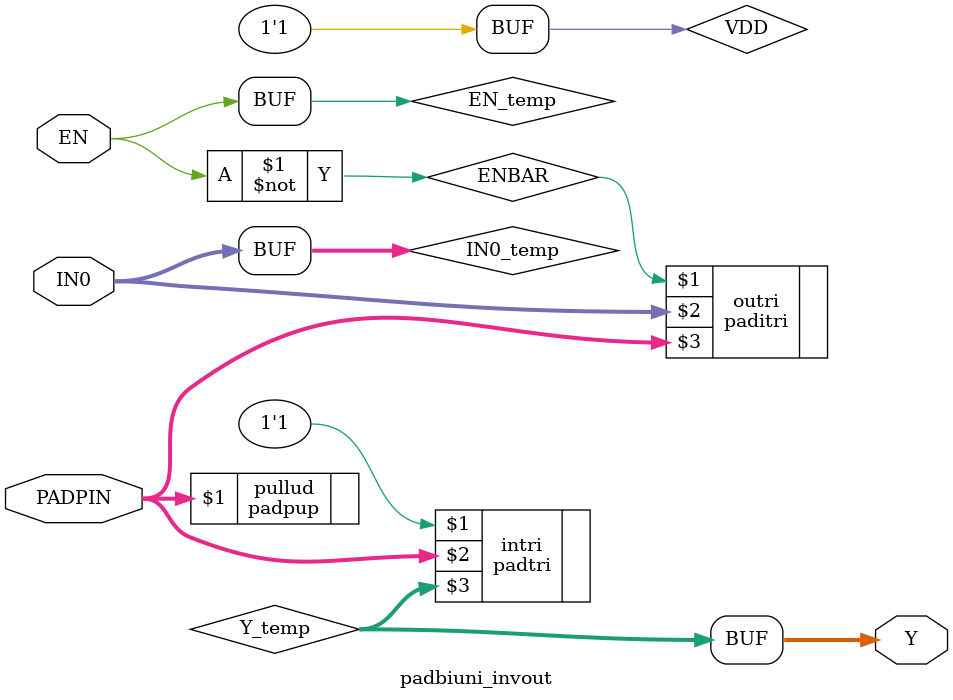
<source format=v>
module padbiuni_invout(EN,IN0,PADPIN,Y);
  parameter M = 7;
  parameter N = 0;
  parameter SLIM_FLAG = 0;
  parameter OUTDRIVE = "4MA";
  parameter LEVEL_SHIFTING = 0;
  parameter SCHMITT_TRIGGER = 0;
  parameter PULL_TYPE = "None";
  parameter
        d_EN_r = 0,
        d_EN_f = 0,
        d_IN0 = 0,
        d_PADPIN = 1,
        d_Y = 1;
  input  EN;
  input [M:N] IN0;
  inout [M:N] PADPIN;
  output [M:N] Y;
  wire  EN_temp;
  wire [M:N] IN0_temp;
  wire [M:N] PADPIN_temp;
  wire [M:N] Y_temp;
  supply1  VDD;
  wire  ENBAR;
  assign #(d_EN_r,d_EN_f) EN_temp = EN;
  assign #(d_IN0) IN0_temp = IN0;
  assign #(d_Y) Y = Y_temp;
  assign
    ENBAR = ( ~ EN_temp);
  padpup #(M,N,PULL_TYPE) pullud (PADPIN);
  paditri #(M,N) outri (ENBAR,IN0_temp,PADPIN);
  padtri #(M,N) intri (VDD,PADPIN,Y_temp);
endmodule

</source>
